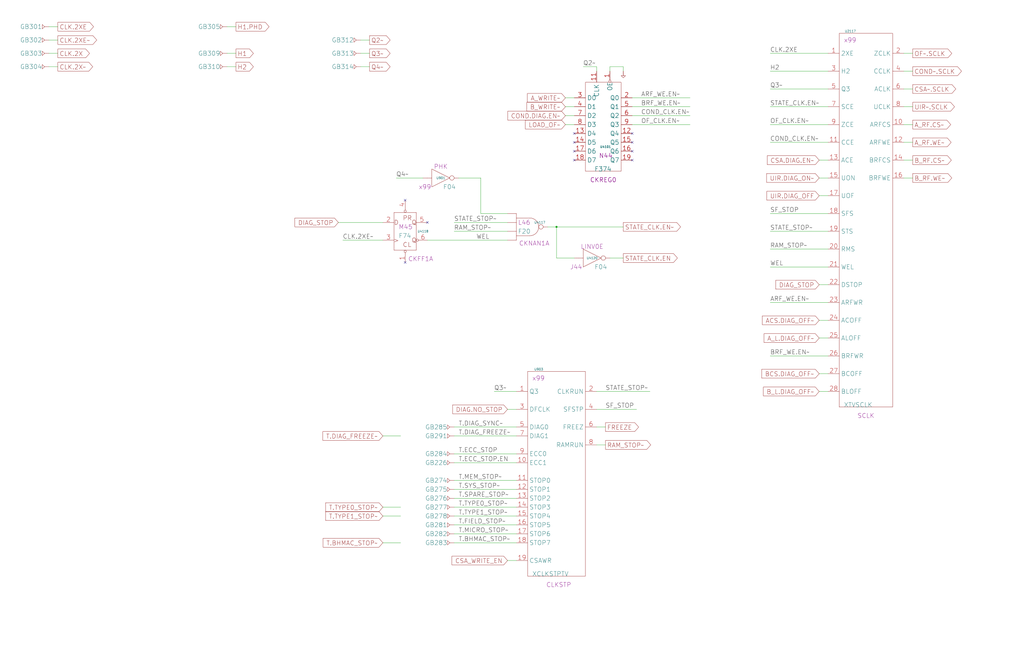
<source format=kicad_sch>
(kicad_sch (version 20230121) (generator eeschema)
  (paper "User" 584.2 378.46)
  (title_block (title "CLOCK GENERATION\\nSTATE CLOCKS") (date "15-MAR-90") (rev "1.0") (comment 1 "TYPE") (comment 2 "232-003062") (comment 3 "S400") (comment 4 "RELEASED"))
  (lib_symbols
    (symbol "r1000:F04" (pin_numbers hide) (pin_names hide)
      (property "Reference" "U" (at 0 0 0))
      (property "Value" "F04" (at 1.27 -5.08 0))
      (property "Location" "___" (at -12.7 -5.08 0))
      (property "Name" "______" (at 0 5.08 0))
      (symbol "F04_0_1"
        (polyline (pts (xy -7.62 0) (xy -5.08 0)) (stroke (width 0.1524)))
        (polyline (pts (xy -5.08 5.08) (xy -5.08 -5.08)) (stroke (width 0.1524)))
        (polyline (pts (xy 5.08 0) (xy -5.08 -5.08)) (stroke (width 0.1524)))
        (polyline (pts (xy 5.08 0) (xy -5.08 5.08)) (stroke (width 0.1524)))
        (circle (center 6.35 0) (radius 1.27) (stroke (width 0.1524)))
      )
      (symbol "F04_1_1"
        (pin input line (at -10.16 0 0) (length 2.54) (name "D0") (number "1"))
        (pin output line (at 10.16 0 180) (length 2.54) (name "Q") (number "2"))
      )
    )
    (symbol "r1000:F20" (pin_numbers hide) (pin_names hide)
      (property "Reference" "U" (at 8.255 2.54 0))
      (property "Value" "F20" (at -0.635 -2.54 0))
      (property "Location" "___" (at -0.635 2.54 0))
      (property "Name" "______" (at 5.08 -10.795 0))
      (symbol "F20_0_1"
        (polyline (pts (xy -5.08 -5.08) (xy -5.08 -7.62)) (stroke (width 0.1524)))
        (polyline (pts (xy -5.08 5.08) (xy -5.08 -5.08)) (stroke (width 0.1524)))
        (polyline (pts (xy -5.08 7.62) (xy -5.08 5.08)) (stroke (width 0.1524)))
        (polyline (pts (xy 2.54 -5.08) (xy -5.08 -5.08)) (stroke (width 0.1524)))
        (polyline (pts (xy 2.54 5.08) (xy -5.08 5.08)) (stroke (width 0.1524)))
        (arc (start 2.54 -5.08) (mid 7.5882 0) (end 2.54 5.08) (stroke (width 0.1524)))
        (circle (center 8.89 0) (radius 1.27) (stroke (width 0.1524)))
      )
      (symbol "F20_0_2"
        (circle (center -7.62 -7.62) (radius 1.27) (stroke (width 0.1524)))
        (circle (center -7.62 7.62) (radius 1.27) (stroke (width 0.1524)))
        (circle (center -6.985 -2.54) (radius 1.27) (stroke (width 0.1524)))
        (circle (center -6.985 2.54) (radius 1.27) (stroke (width 0.1524)))
        (arc (start -6.35 -7.62) (mid -5.3975 0) (end -6.35 7.62) (stroke (width 0.1524)))
        (polyline (pts (xy -5.715 -5.08) (xy 1.27 -5.08)) (stroke (width 0.1524)))
        (polyline (pts (xy -5.715 5.08) (xy 1.27 5.08)) (stroke (width 0.1524)))
        (arc (start 1.27 -5.08) (mid 5.0518 -3.2985) (end 7.62 0) (stroke (width 0.1524)))
        (arc (start 7.62 0) (mid 5.0518 3.2985) (end 1.27 5.08) (stroke (width 0.1524)))
      )
      (symbol "F20_1_1"
        (pin input line (at -10.16 7.62 0) (length 5.08) (name "D0") (number "1"))
        (pin input line (at -10.16 2.54 0) (length 5.08) (name "D1") (number "2"))
        (pin input line (at -10.16 -2.54 0) (length 5.08) (name "D2") (number "4"))
        (pin input line (at -10.16 -7.62 0) (length 5.08) (name "D3") (number "5"))
        (pin output line (at 12.7 0 180) (length 2.54) (name "Q") (number "6"))
      )
      (symbol "F20_1_2"
        (pin input line (at -10.16 7.62 0) (length 1.27) (name "D0") (number "1"))
        (pin input line (at -10.16 2.54 0) (length 1.905) (name "D1") (number "2"))
        (pin input line (at -10.16 -2.54 0) (length 1.905) (name "D2") (number "4"))
        (pin input line (at -10.16 -7.62 0) (length 1.27) (name "D3") (number "5"))
        (pin output line (at 12.7 0 180) (length 5.08) (name "Q") (number "6"))
      )
    )
    (symbol "r1000:F374" (pin_names (offset 1.016))
      (property "Reference" "U" (at 2.54 5.08 0))
      (property "Value" "F374" (at -3.81 -7.62 0))
      (property "Location" "___" (at -1.27 0 0))
      (property "Name" "______" (at 1.27 -15.24 0))
      (symbol "F374_1_1"
        (rectangle (start -8.89 41.91) (end 11.43 -8.89))
        (circle (center 5.08 42.545) (radius 0.635))
        (pin input line (at 5.08 48.26 270) (length 5.08) (name "OE") (number "1"))
        (pin input line (at -2.54 48.26 270) (length 6.35) (name "CLK") (number "11"))
        (pin tri_state line (at 17.78 12.7 180) (length 6.35) (name "Q4") (number "12"))
        (pin input line (at -15.24 12.7 0) (length 6.35) (name "D4") (number "13"))
        (pin input line (at -15.24 7.62 0) (length 6.35) (name "D5") (number "14"))
        (pin tri_state line (at 17.78 7.62 180) (length 6.35) (name "Q5") (number "15"))
        (pin tri_state line (at 17.78 2.54 180) (length 6.35) (name "Q6") (number "16"))
        (pin input line (at -15.24 2.54 0) (length 6.35) (name "D6") (number "17"))
        (pin input line (at -15.24 -2.54 0) (length 6.35) (name "D7") (number "18"))
        (pin tri_state line (at 17.78 -2.54 180) (length 6.35) (name "Q7") (number "19"))
        (pin tri_state line (at 17.78 33.02 180) (length 6.35) (name "Q0") (number "2"))
        (pin input line (at -15.24 33.02 0) (length 6.35) (name "D0") (number "3"))
        (pin input line (at -15.24 27.94 0) (length 6.35) (name "D1") (number "4"))
        (pin tri_state line (at 17.78 27.94 180) (length 6.35) (name "Q1") (number "5"))
        (pin tri_state line (at 17.78 22.86 180) (length 6.35) (name "Q2") (number "6"))
        (pin input line (at -15.24 22.86 0) (length 6.35) (name "D2") (number "7"))
        (pin input line (at -15.24 17.78 0) (length 6.35) (name "D3") (number "8"))
        (pin tri_state line (at 17.78 17.78 180) (length 6.35) (name "Q3") (number "9"))
      )
    )
    (symbol "r1000:F74" (pin_names (offset 1.016) hide)
      (property "Reference" "U" (at 12.7 -2.54 0))
      (property "Value" "F74" (at -1.27 -5.08 0))
      (property "Location" "___" (at -1.27 0 0))
      (property "Name" "______" (at 11.43 -19.685 0))
      (symbol "F74_0_1"
        (rectangle (start -3.81 8.255) (end 8.89 -13.335) (stroke (width 0.1524)))
        (polyline (pts (xy 2.54 -15.24) (xy 2.54 -14.605)) (stroke (width 0.1524)))
        (polyline (pts (xy 2.54 10.16) (xy 2.54 9.525)) (stroke (width 0.1524)))
      )
      (symbol "F74_1_1"
        (circle (center 2.54 -13.97) (radius 0.635))
        (circle (center 2.54 8.89) (radius 0.635))
        (circle (center 9.525 -7.62) (radius 0.635))
        (text ">" (at -2.54 -7.62 0) (effects (font (size 2.54 2.54))))
        (text "C" (at 2.54 -10.16 0) (effects (font (size 2.54 2.54))))
        (text "D" (at -2.54 2.54 0) (effects (font (size 2.54 2.54))))
        (text "L" (at 5.08 -10.16 0) (effects (font (size 2.54 2.54))))
        (text "P" (at 2.54 5.08 0) (effects (font (size 2.54 2.54))))
        (text "Q" (at 7.62 -7.62 0) (effects (font (size 2.54 2.54))))
        (text "Q" (at 7.62 2.54 0) (effects (font (size 2.54 2.54))))
        (text "R" (at 5.08 5.08 0) (effects (font (size 2.54 2.54))))
        (pin input line (at 2.54 -20.32 90) (length 5.08) (name "CL_") (number "1"))
        (pin input line (at -10.16 2.54 0) (length 6.35) (name "D") (number "2"))
        (pin input line (at -10.16 -7.62 0) (length 6.35) (name "CLK") (number "3"))
        (pin input line (at 2.54 15.24 270) (length 5.08) (name "PR_") (number "4"))
        (pin output line (at 15.24 2.54 180) (length 6.35) (name "Q") (number "5"))
        (pin output line (at 15.24 -7.62 180) (length 5.08) (name "Q_") (number "6"))
      )
    )
    (symbol "r1000:GB" (pin_numbers hide) (pin_names (offset 0) hide)
      (property "Reference" "GB" (at 3.81 0 0))
      (symbol "GB_0_1"
        (polyline (pts (xy 2.54 0) (xy 3.81 1.27) (xy 3.81 -1.27) (xy 2.54 0)) (stroke (width 0.1524)))
      )
      (symbol "GB_1_1"
        (pin bidirectional line (at 0 0 0) (length 2.54) (name "") (number "1"))
      )
    )
    (symbol "r1000:PD" (power) (pin_numbers hide) (pin_names hide) (in_bom no)
      (symbol "PD_0_1"
        (polyline (pts (xy 0 -2.54) (xy 1.27 -2.54) (xy 0 -3.81) (xy -1.27 -2.54) (xy 0 -2.54)) (stroke (width 0.1524)))
      )
      (symbol "PD_1_1"
        (pin power_in line (at 0 0 270) (length 2.54) (name "PD") (number "1"))
      )
    )
    (symbol "r1000:XCLKSTPTV" (pin_names (offset 1.016))
      (property "Reference" "U" (at 2.54 5.08 0))
      (property "Value" "XCLKSTPTV" (at -1.27 -111.76 0))
      (property "Location" "___" (at -1.27 0 0))
      (property "Name" "______" (at 13.97 -119.38 0))
      (symbol "XCLKSTPTV_1_1"
        (rectangle (start -3.81 3.81) (end 29.21 -113.03))
        (pin input line (at -10.16 -7.62 0) (length 6.35) (name "Q3") (number "1"))
        (pin input line (at -10.16 -48.26 0) (length 6.35) (name "ECC1") (number "10"))
        (pin input line (at -10.16 -58.42 0) (length 6.35) (name "STOP0") (number "11"))
        (pin input line (at -10.16 -63.5 0) (length 6.35) (name "STOP1") (number "12"))
        (pin input line (at -10.16 -68.58 0) (length 6.35) (name "STOP2") (number "13"))
        (pin input line (at -10.16 -73.66 0) (length 6.35) (name "STOP3") (number "14"))
        (pin input line (at -10.16 -78.74 0) (length 6.35) (name "STOP4") (number "15"))
        (pin input line (at -10.16 -83.82 0) (length 6.35) (name "STOP5") (number "16"))
        (pin input line (at -10.16 -88.9 0) (length 6.35) (name "STOP6") (number "17"))
        (pin input line (at -10.16 -93.98 0) (length 6.35) (name "STOP7") (number "18"))
        (pin input line (at -10.16 -104.14 0) (length 6.35) (name "CSAWR") (number "19"))
        (pin output line (at 35.56 -7.62 180) (length 6.35) (name "CLKRUN") (number "2"))
        (pin input line (at -10.16 -17.78 0) (length 6.35) (name "DFCLK") (number "3"))
        (pin output line (at 35.56 -17.78 180) (length 6.35) (name "SFSTP") (number "4"))
        (pin input line (at -10.16 -27.94 0) (length 6.35) (name "DIAG0") (number "5"))
        (pin output line (at 35.56 -27.94 180) (length 6.35) (name "FREEZ") (number "6"))
        (pin input line (at -10.16 -33.02 0) (length 6.35) (name "DIAG1") (number "7"))
        (pin output line (at 35.56 -38.1 180) (length 6.35) (name "RAMRUN") (number "8"))
        (pin input line (at -10.16 -43.18 0) (length 6.35) (name "ECC0") (number "9"))
      )
    )
    (symbol "r1000:XTVSCLK" (pin_names (offset 1.016))
      (property "Reference" "U" (at 2.54 5.08 0))
      (property "Value" "XTVSCLK" (at -1.27 -208.28 0))
      (property "Location" "___" (at -1.27 0 0))
      (property "Name" "______" (at 11.43 -215.9 0))
      (symbol "XTVSCLK_1_1"
        (rectangle (start -3.81 3.81) (end 26.67 -209.55))
        (pin input line (at -10.16 -7.62 0) (length 6.35) (name "2XE") (number "1"))
        (pin output line (at 33.02 -48.26 180) (length 6.35) (name "ARFCS") (number "10"))
        (pin input line (at -10.16 -58.42 0) (length 6.35) (name "CCE") (number "11"))
        (pin output line (at 33.02 -58.42 180) (length 6.35) (name "ARFWE") (number "12"))
        (pin input line (at -10.16 -68.58 0) (length 6.35) (name "ACE") (number "13"))
        (pin output line (at 33.02 -68.58 180) (length 6.35) (name "BRFCS") (number "14"))
        (pin input line (at -10.16 -78.74 0) (length 6.35) (name "UON") (number "15"))
        (pin output line (at 33.02 -78.74 180) (length 6.35) (name "BRFWE") (number "16"))
        (pin input line (at -10.16 -88.9 0) (length 6.35) (name "UOF") (number "17"))
        (pin input line (at -10.16 -99.06 0) (length 6.35) (name "SFS") (number "18"))
        (pin input line (at -10.16 -109.22 0) (length 6.35) (name "STS") (number "19"))
        (pin output line (at 33.02 -7.62 180) (length 6.35) (name "ZCLK") (number "2"))
        (pin input line (at -10.16 -119.38 0) (length 6.35) (name "RMS") (number "20"))
        (pin input line (at -10.16 -129.54 0) (length 6.35) (name "WEL") (number "21"))
        (pin input line (at -10.16 -139.7 0) (length 6.35) (name "DSTOP") (number "22"))
        (pin input line (at -10.16 -149.86 0) (length 6.35) (name "ARFWR") (number "23"))
        (pin input line (at -10.16 -160.02 0) (length 6.35) (name "ACOFF") (number "24"))
        (pin input line (at -10.16 -170.18 0) (length 6.35) (name "ALOFF") (number "25"))
        (pin input line (at -10.16 -180.34 0) (length 6.35) (name "BRFWR") (number "26"))
        (pin input line (at -10.16 -190.5 0) (length 6.35) (name "BCOFF") (number "27"))
        (pin input line (at -10.16 -200.66 0) (length 6.35) (name "BLOFF") (number "28"))
        (pin input line (at -10.16 -17.78 0) (length 6.35) (name "H2") (number "3"))
        (pin output line (at 33.02 -17.78 180) (length 6.35) (name "CCLK") (number "4"))
        (pin input line (at -10.16 -27.94 0) (length 6.35) (name "Q3") (number "5"))
        (pin output line (at 33.02 -27.94 180) (length 6.35) (name "ACLK") (number "6"))
        (pin input line (at -10.16 -38.1 0) (length 6.35) (name "SCE") (number "7"))
        (pin output line (at 33.02 -38.1 180) (length 6.35) (name "UCLK") (number "8"))
        (pin input line (at -10.16 -48.26 0) (length 6.35) (name "ZCE") (number "9"))
      )
    )
  )
  (junction (at 317.5 129.54))
  (no_connect (at 243.84 127))
  (no_connect (at 360.68 86.36))
  (no_connect (at 327.66 86.36))
  (no_connect (at 327.66 81.28))
  (no_connect (at 360.68 91.44))
  (no_connect (at 360.68 76.2))
  (no_connect (at 231.14 114.3))
  (no_connect (at 327.66 91.44))
  (no_connect (at 360.68 81.28))
  (no_connect (at 327.66 76.2))
  (no_connect (at 231.14 149.86))
  (wire (pts (xy 439.42 203.2) (xy 472.44 203.2)))
  (wire (pts (xy 289.56 233.68) (xy 294.64 233.68)))
  (wire (pts (xy 355.6 40.64) (xy 355.6 38.1)))
  (wire (pts (xy 218.44 309.88) (xy 228.6 309.88)))
  (wire (pts (xy 360.68 55.88) (xy 393.7 55.88)))
  (wire (pts (xy 515.62 101.6) (xy 520.7 101.6)))
  (wire (pts (xy 205.74 38.1) (xy 210.82 38.1)))
  (wire (pts (xy 259.08 248.92) (xy 294.64 248.92)))
  (wire (pts (xy 322.58 60.96) (xy 327.66 60.96)))
  (wire (pts (xy 226.06 101.6) (xy 241.3 101.6)))
  (wire (pts (xy 322.58 55.88) (xy 327.66 55.88)))
  (wire (pts (xy 193.04 127) (xy 218.44 127)))
  (wire (pts (xy 259.08 274.32) (xy 294.64 274.32)))
  (wire (pts (xy 27.94 22.86) (xy 33.02 22.86)))
  (wire (pts (xy 439.42 71.12) (xy 472.44 71.12)))
  (wire (pts (xy 289.56 320.04) (xy 294.64 320.04)))
  (wire (pts (xy 259.08 289.56) (xy 294.64 289.56)))
  (wire (pts (xy 515.62 30.48) (xy 520.7 30.48)))
  (wire (pts (xy 27.94 38.1) (xy 33.02 38.1)))
  (wire (pts (xy 129.54 38.1) (xy 134.62 38.1)))
  (wire (pts (xy 259.08 294.64) (xy 294.64 294.64)))
  (wire (pts (xy 322.58 66.04) (xy 327.66 66.04)))
  (wire (pts (xy 360.68 71.12) (xy 393.7 71.12)))
  (wire (pts (xy 515.62 60.96) (xy 520.7 60.96)))
  (wire (pts (xy 259.08 264.16) (xy 294.64 264.16)))
  (wire (pts (xy 439.42 121.92) (xy 472.44 121.92)))
  (wire (pts (xy 439.42 152.4) (xy 472.44 152.4)))
  (wire (pts (xy 27.94 15.24) (xy 33.02 15.24)))
  (wire (pts (xy 347.98 38.1) (xy 347.98 40.64)))
  (wire (pts (xy 259.08 132.08) (xy 289.56 132.08)))
  (wire (pts (xy 467.36 91.44) (xy 472.44 91.44)))
  (wire (pts (xy 515.62 81.28) (xy 520.7 81.28)))
  (wire (pts (xy 317.5 129.54) (xy 312.42 129.54)))
  (wire (pts (xy 467.36 193.04) (xy 472.44 193.04)))
  (wire (pts (xy 515.62 71.12) (xy 520.7 71.12)))
  (wire (pts (xy 467.36 111.76) (xy 472.44 111.76)))
  (wire (pts (xy 439.42 142.24) (xy 472.44 142.24)))
  (wire (pts (xy 259.08 259.08) (xy 294.64 259.08)))
  (wire (pts (xy 439.42 40.64) (xy 472.44 40.64)))
  (wire (pts (xy 129.54 30.48) (xy 134.62 30.48)))
  (wire (pts (xy 259.08 284.48) (xy 294.64 284.48)))
  (wire (pts (xy 355.6 129.54) (xy 317.5 129.54)))
  (wire (pts (xy 274.32 121.92) (xy 289.56 121.92)))
  (wire (pts (xy 467.36 213.36) (xy 472.44 213.36)))
  (wire (pts (xy 439.42 30.48) (xy 472.44 30.48)))
  (wire (pts (xy 332.74 38.1) (xy 340.36 38.1)))
  (wire (pts (xy 243.84 137.16) (xy 289.56 137.16)))
  (wire (pts (xy 259.08 304.8) (xy 294.64 304.8)))
  (wire (pts (xy 515.62 50.8) (xy 520.7 50.8)))
  (wire (pts (xy 259.08 309.88) (xy 294.64 309.88)))
  (wire (pts (xy 281.94 223.52) (xy 294.64 223.52)))
  (wire (pts (xy 467.36 101.6) (xy 472.44 101.6)))
  (wire (pts (xy 322.58 71.12) (xy 327.66 71.12)))
  (wire (pts (xy 259.08 279.4) (xy 294.64 279.4)))
  (wire (pts (xy 259.08 299.72) (xy 294.64 299.72)))
  (wire (pts (xy 317.5 147.32) (xy 317.5 129.54)))
  (wire (pts (xy 259.08 243.84) (xy 294.64 243.84)))
  (wire (pts (xy 439.42 81.28) (xy 472.44 81.28)))
  (wire (pts (xy 129.54 15.24) (xy 134.62 15.24)))
  (wire (pts (xy 195.58 137.16) (xy 218.44 137.16)))
  (wire (pts (xy 515.62 91.44) (xy 520.7 91.44)))
  (wire (pts (xy 467.36 182.88) (xy 472.44 182.88)))
  (wire (pts (xy 205.74 30.48) (xy 210.82 30.48)))
  (wire (pts (xy 360.68 66.04) (xy 393.7 66.04)))
  (wire (pts (xy 467.36 162.56) (xy 472.44 162.56)))
  (wire (pts (xy 360.68 60.96) (xy 393.7 60.96)))
  (wire (pts (xy 259.08 127) (xy 289.56 127)))
  (wire (pts (xy 340.36 40.64) (xy 340.36 38.1)))
  (wire (pts (xy 355.6 38.1) (xy 347.98 38.1)))
  (wire (pts (xy 218.44 289.56) (xy 228.6 289.56)))
  (wire (pts (xy 340.36 243.84) (xy 345.44 243.84)))
  (wire (pts (xy 439.42 172.72) (xy 472.44 172.72)))
  (wire (pts (xy 218.44 248.92) (xy 228.6 248.92)))
  (wire (pts (xy 439.42 60.96) (xy 472.44 60.96)))
  (wire (pts (xy 467.36 223.52) (xy 472.44 223.52)))
  (wire (pts (xy 27.94 30.48) (xy 33.02 30.48)))
  (wire (pts (xy 340.36 254) (xy 345.44 254)))
  (wire (pts (xy 274.32 121.92) (xy 274.32 101.6)))
  (wire (pts (xy 515.62 40.64) (xy 520.7 40.64)))
  (wire (pts (xy 218.44 294.64) (xy 228.6 294.64)))
  (wire (pts (xy 340.36 233.68) (xy 363.22 233.68)))
  (wire (pts (xy 274.32 101.6) (xy 261.62 101.6)))
  (wire (pts (xy 340.36 223.52) (xy 370.84 223.52)))
  (wire (pts (xy 205.74 22.86) (xy 210.82 22.86)))
  (wire (pts (xy 347.98 147.32) (xy 355.6 147.32)))
  (wire (pts (xy 439.42 132.08) (xy 472.44 132.08)))
  (wire (pts (xy 327.66 147.32) (xy 317.5 147.32)))
  (wire (pts (xy 439.42 50.8) (xy 472.44 50.8)))
  (label "T.SPARE_STOP~" (at 261.62 284.48 0) (effects (font (size 2.54 2.54))))
  (label "T.MICRO_STOP~" (at 261.62 304.8 0) (effects (font (size 2.54 2.54))))
  (label "OF_CLK.EN~" (at 365.76 71.12 0) (effects (font (size 2.54 2.54))))
  (label "T.MEM_STOP~" (at 261.62 274.32 0) (effects (font (size 2.54 2.54))))
  (label "T.DIAG_SYNC~" (at 261.62 243.84 0) (effects (font (size 2.54 2.54))))
  (label "OF_CLK.EN~" (at 439.42 71.12 0) (effects (font (size 2.54 2.54))))
  (label "STATE_STOP~" (at 439.42 132.08 0) (effects (font (size 2.54 2.54))))
  (label "Q4~" (at 226.06 101.6 0) (effects (font (size 2.54 2.54))))
  (label "T.BHMAC_STOP~" (at 261.62 309.88 0) (effects (font (size 2.54 2.54))))
  (label "T.FIELD_STOP~" (at 261.62 299.72 0) (effects (font (size 2.54 2.54))))
  (label "H2" (at 439.42 40.64 0) (effects (font (size 2.54 2.54))))
  (label "T.TYPE1_STOP~" (at 261.62 294.64 0) (effects (font (size 2.54 2.54))))
  (label "Q3~" (at 281.94 223.52 0) (effects (font (size 2.54 2.54))))
  (label "CLK.2XE~" (at 195.58 137.16 0) (effects (font (size 2.54 2.54))))
  (label "CLK.2XE" (at 439.42 30.48 0) (effects (font (size 2.54 2.54))))
  (label "STATE_STOP~" (at 345.44 223.52 0) (effects (font (size 2.54 2.54))))
  (label "ARF_WE.EN~" (at 365.76 55.88 0) (effects (font (size 2.54 2.54))))
  (label "STATE_CLK.EN~" (at 439.42 60.96 0) (effects (font (size 2.54 2.54))))
  (label "SF_STOP" (at 345.44 233.68 0) (effects (font (size 2.54 2.54))))
  (label "COND_CLK.EN~" (at 439.42 81.28 0) (effects (font (size 2.54 2.54))))
  (label "RAM_STOP~" (at 259.08 132.08 0) (effects (font (size 2.54 2.54))))
  (label "Q3~" (at 439.42 50.8 0) (effects (font (size 2.54 2.54))))
  (label "T.ECC_STOP.EN" (at 261.62 264.16 0) (effects (font (size 2.54 2.54))))
  (label "ARF_WE.EN~" (at 439.42 172.72 0) (effects (font (size 2.54 2.54))))
  (label "Q2~" (at 332.74 38.1 0) (effects (font (size 2.54 2.54))))
  (label "BRF_WE.EN~" (at 365.76 60.96 0) (effects (font (size 2.54 2.54))))
  (label "COND_CLK.EN~" (at 365.76 66.04 0) (effects (font (size 2.54 2.54))))
  (label "RAM_STOP~" (at 439.42 142.24 0) (effects (font (size 2.54 2.54))))
  (label "WEL" (at 439.42 152.4 0) (effects (font (size 2.54 2.54))))
  (label "WEL" (at 271.78 137.16 0) (effects (font (size 2.54 2.54))))
  (label "T.DIAG_FREEZE~" (at 261.62 248.92 0) (effects (font (size 2.54 2.54))))
  (label "BRF_WE.EN~" (at 439.42 203.2 0) (effects (font (size 2.54 2.54))))
  (label "T.ECC_STOP" (at 261.62 259.08 0) (effects (font (size 2.54 2.54))))
  (label "T.SYS_STOP~" (at 261.62 279.4 0) (effects (font (size 2.54 2.54))))
  (label "T.TYPE0_STOP~" (at 261.62 289.56 0) (effects (font (size 2.54 2.54))))
  (label "STATE_STOP~" (at 259.08 127 0) (effects (font (size 2.54 2.54))))
  (label "SF_STOP" (at 439.42 121.92 0) (effects (font (size 2.54 2.54))))
  (global_label "OF~.SCLK" (shape output) (at 520.7 30.48 0) (effects (font (size 2.54 2.54))) (property "Intersheetrefs" "${INTERSHEET_REFS}" (at 542.9431 30.3213 0) (effects (font (size 1.905 1.905)) (justify left))))
  (global_label "UIR~.SCLK" (shape output) (at 520.7 60.96 0) (effects (font (size 2.54 2.54))) (property "Intersheetrefs" "${INTERSHEET_REFS}" (at 550.6841 60.8013 0) (effects (font (size 1.905 1.905)) (justify left))))
  (global_label "CSA.DIAG.EN~" (shape input) (at 467.36 91.44 180) (effects (font (size 2.54 2.54))) (property "Intersheetrefs" "${INTERSHEET_REFS}" (at 437.7388 91.2813 0) (effects (font (size 1.905 1.905)) (justify right))))
  (global_label "CLK.2X" (shape output) (at 33.02 30.48 0) (effects (font (size 2.54 2.54))) (property "Intersheetrefs" "${INTERSHEET_REFS}" (at 52.0142 30.48 0) (effects (font (size 1.905 1.905)) (justify left))))
  (global_label "H1.PHD" (shape output) (at 134.62 15.24 0) (effects (font (size 2.54 2.54))) (property "Intersheetrefs" "${INTERSHEET_REFS}" (at 153.286 15.0813 0) (effects (font (size 1.905 1.905)) (justify left))))
  (global_label "T.TYPE1_STOP~" (shape input) (at 218.44 294.64 180) (effects (font (size 2.54 2.54))) (property "Intersheetrefs" "${INTERSHEET_REFS}" (at 185.795 294.4813 0) (effects (font (size 1.905 1.905)) (justify right))))
  (global_label "A_RF.CS~" (shape output) (at 520.7 71.12 0) (effects (font (size 2.54 2.54))) (property "Intersheetrefs" "${INTERSHEET_REFS}" (at 542.3384 70.9613 0) (effects (font (size 1.905 1.905)) (justify left))))
  (global_label "B_WRITE~" (shape input) (at 322.58 60.96 180) (effects (font (size 2.54 2.54))) (property "Intersheetrefs" "${INTERSHEET_REFS}" (at 300.7693 60.8013 0) (effects (font (size 1.905 1.905)) (justify right))))
  (global_label "CSA~.SCLK" (shape output) (at 520.7 50.8 0) (effects (font (size 2.54 2.54))) (property "Intersheetrefs" "${INTERSHEET_REFS}" (at 545.2412 50.6413 0) (effects (font (size 1.905 1.905)) (justify left))))
  (global_label "UIR.DIAG_OFF" (shape input) (at 467.36 111.76 180) (effects (font (size 2.54 2.54))) (property "Intersheetrefs" "${INTERSHEET_REFS}" (at 437.4969 111.6013 0) (effects (font (size 1.905 1.905)) (justify right))))
  (global_label "Q3~" (shape output) (at 210.82 30.48 0) (effects (font (size 2.54 2.54))) (property "Intersheetrefs" "${INTERSHEET_REFS}" (at 223.5248 30.48 0) (effects (font (size 1.905 1.905)) (justify left))))
  (global_label "COND.DIAG.EN~" (shape input) (at 322.58 66.04 180) (effects (font (size 2.54 2.54))) (property "Intersheetrefs" "${INTERSHEET_REFS}" (at 289.693 65.8813 0) (effects (font (size 1.905 1.905)) (justify right))))
  (global_label "LOAD_OF~" (shape input) (at 322.58 71.12 180) (effects (font (size 2.54 2.54))) (property "Intersheetrefs" "${INTERSHEET_REFS}" (at 299.7321 70.9613 0) (effects (font (size 1.905 1.905)) (justify right))))
  (global_label "FREEZE" (shape output) (at 345.44 243.84 0) (effects (font (size 2.54 2.54))) (property "Intersheetrefs" "${INTERSHEET_REFS}" (at 364.106 243.6813 0) (effects (font (size 1.905 1.905)) (justify left))))
  (global_label "B_RF.CS~" (shape output) (at 520.7 91.44 0) (effects (font (size 2.54 2.54))) (property "Intersheetrefs" "${INTERSHEET_REFS}" (at 542.7012 91.2813 0) (effects (font (size 1.905 1.905)) (justify left))))
  (global_label "STATE_CLK.EN" (shape output) (at 355.6 147.32 0) (effects (font (size 2.54 2.54))) (property "Intersheetrefs" "${INTERSHEET_REFS}" (at 386.4308 147.1613 0) (effects (font (size 1.905 1.905)) (justify left))))
  (global_label "DIAG.NO_STOP" (shape input) (at 289.56 233.68 180) (effects (font (size 2.54 2.54))) (property "Intersheetrefs" "${INTERSHEET_REFS}" (at 258.2454 233.5213 0) (effects (font (size 1.905 1.905)) (justify right))))
  (global_label "ACS.DIAG_OFF~" (shape input) (at 467.36 182.88 180) (effects (font (size 2.54 2.54))) (property "Intersheetrefs" "${INTERSHEET_REFS}" (at 434.9569 182.7213 0) (effects (font (size 1.905 1.905)) (justify right))))
  (global_label "B_RF.WE~" (shape output) (at 520.7 101.6 0) (effects (font (size 2.54 2.54))) (property "Intersheetrefs" "${INTERSHEET_REFS}" (at 542.9431 101.4413 0) (effects (font (size 1.905 1.905)) (justify left))))
  (global_label "RAM_STOP~" (shape output) (at 345.44 254 0) (effects (font (size 2.54 2.54))) (property "Intersheetrefs" "${INTERSHEET_REFS}" (at 371.1908 253.8413 0) (effects (font (size 1.905 1.905)) (justify left))))
  (global_label "B_L.DIAG_OFF~" (shape input) (at 467.36 223.52 180) (effects (font (size 2.54 2.54))) (property "Intersheetrefs" "${INTERSHEET_REFS}" (at 435.5616 223.3613 0) (effects (font (size 1.905 1.905)) (justify right))))
  (global_label "STATE_CLK.EN~" (shape output) (at 355.6 129.54 0) (effects (font (size 2.54 2.54))) (property "Intersheetrefs" "${INTERSHEET_REFS}" (at 388.245 129.3813 0) (effects (font (size 1.905 1.905)) (justify left))))
  (global_label "A_RF.WE~" (shape output) (at 520.7 81.28 0) (effects (font (size 2.54 2.54))) (property "Intersheetrefs" "${INTERSHEET_REFS}" (at 542.5803 81.1213 0) (effects (font (size 1.905 1.905)) (justify left))))
  (global_label "H2" (shape output) (at 134.62 38.1 0) (effects (font (size 2.54 2.54))) (property "Intersheetrefs" "${INTERSHEET_REFS}" (at 144.3355 37.9413 0) (effects (font (size 1.905 1.905)) (justify left))))
  (global_label "Q2~" (shape output) (at 210.82 22.86 0) (effects (font (size 2.54 2.54))) (property "Intersheetrefs" "${INTERSHEET_REFS}" (at 223.5248 22.86 0) (effects (font (size 1.905 1.905)) (justify left))))
  (global_label "DIAG_STOP" (shape input) (at 467.36 162.56 180) (effects (font (size 2.54 2.54))) (property "Intersheetrefs" "${INTERSHEET_REFS}" (at 442.5769 162.4013 0) (effects (font (size 1.905 1.905)) (justify right))))
  (global_label "CLK.2XE" (shape output) (at 33.02 15.24 0) (effects (font (size 2.54 2.54))) (property "Intersheetrefs" "${INTERSHEET_REFS}" (at 54.3123 15.24 0) (effects (font (size 1.905 1.905)) (justify left))))
  (global_label "COND~.SCLK" (shape output) (at 520.7 40.64 0) (effects (font (size 2.54 2.54))) (property "Intersheetrefs" "${INTERSHEET_REFS}" (at 548.507 40.4813 0) (effects (font (size 1.905 1.905)) (justify left))))
  (global_label "CLK.2X~" (shape output) (at 33.02 38.1 0) (effects (font (size 2.54 2.54))) (property "Intersheetrefs" "${INTERSHEET_REFS}" (at 53.8285 38.1 0) (effects (font (size 1.905 1.905)) (justify left))))
  (global_label "UIR.DIAG_ON~" (shape input) (at 467.36 101.6 180) (effects (font (size 2.54 2.54))) (property "Intersheetrefs" "${INTERSHEET_REFS}" (at 437.3759 101.4413 0) (effects (font (size 1.905 1.905)) (justify right))))
  (global_label "CSA_WRITE_EN" (shape input) (at 289.56 320.04 180) (effects (font (size 2.54 2.54))) (property "Intersheetrefs" "${INTERSHEET_REFS}" (at 256.8982 320.04 0) (effects (justify right))))
  (global_label "A_L.DIAG_OFF~" (shape input) (at 467.36 193.04 180) (effects (font (size 2.54 2.54))) (property "Intersheetrefs" "${INTERSHEET_REFS}" (at 435.9245 192.8813 0) (effects (font (size 1.905 1.905)) (justify right))))
  (global_label "Q4~" (shape output) (at 210.82 38.1 0) (effects (font (size 2.54 2.54))) (property "Intersheetrefs" "${INTERSHEET_REFS}" (at 223.5248 38.1 0) (effects (font (size 1.905 1.905)) (justify left))))
  (global_label "BCS.DIAG_OFF~" (shape input) (at 467.36 213.36 180) (effects (font (size 2.54 2.54))) (property "Intersheetrefs" "${INTERSHEET_REFS}" (at 434.594 213.2013 0) (effects (font (size 1.905 1.905)) (justify right))))
  (global_label "DIAG_STOP" (shape input) (at 193.04 127 180) (effects (font (size 2.54 2.54))) (property "Intersheetrefs" "${INTERSHEET_REFS}" (at 168.2569 126.8413 0) (effects (font (size 1.905 1.905)) (justify right))))
  (global_label "CLK.2XE~" (shape output) (at 33.02 22.86 0) (effects (font (size 2.54 2.54))) (property "Intersheetrefs" "${INTERSHEET_REFS}" (at 56.1266 22.86 0) (effects (font (size 1.905 1.905)) (justify left))))
  (global_label "T.TYPE0_STOP~" (shape input) (at 218.44 289.56 180) (effects (font (size 2.54 2.54))) (property "Intersheetrefs" "${INTERSHEET_REFS}" (at 185.795 289.4013 0) (effects (font (size 1.905 1.905)) (justify right))))
  (global_label "A_WRITE~" (shape input) (at 322.58 55.88 180) (effects (font (size 2.54 2.54))) (property "Intersheetrefs" "${INTERSHEET_REFS}" (at 301.1321 55.7213 0) (effects (font (size 1.905 1.905)) (justify right))))
  (global_label "H1" (shape output) (at 134.62 30.48 0) (effects (font (size 2.54 2.54))) (property "Intersheetrefs" "${INTERSHEET_REFS}" (at 144.3355 30.3213 0) (effects (font (size 1.905 1.905)) (justify left))))
  (global_label "T.BHMAC_STOP~" (shape input) (at 218.44 309.88 180) (effects (font (size 2.54 2.54))) (property "Intersheetrefs" "${INTERSHEET_REFS}" (at 184.3435 309.7213 0) (effects (font (size 1.905 1.905)) (justify right))))
  (global_label "T.DIAG_FREEZE~" (shape input) (at 218.44 248.92 180) (effects (font (size 2.54 2.54))) (property "Intersheetrefs" "${INTERSHEET_REFS}" (at 183.2383 248.92 0) (effects (font (size 1.905 1.905)) (justify right))))
  (symbol (lib_id "r1000:GB") (at 129.54 30.48 0) (mirror y) (unit 1)
    (property "Reference" "GB309" (at 125.73 30.48 0) (effects (font (size 2.54 2.54)) (justify left)))
    (property "Value" "GB" (effects hide))
  )
  (symbol (lib_id "r1000:F374") (at 342.9 88.9 0) (unit 1)
    (property "Reference" "U4101" (at 345.44 83.82 0))
    (property "Value" "F374" (at 339.09 96.52 0) (effects (font (size 2.54 2.54)) (justify left)))
    (property "Location" "N44" (at 341.63 88.9 0) (effects (font (size 2.54 2.54)) (justify left)))
    (property "Name" "CKREG0" (at 344.17 104.14 0) (effects (font (size 2.54 2.54)) (justify bottom)))
  )
  (symbol (lib_id "r1000:GB") (at 259.08 274.32 0) (mirror y) (unit 1)
    (property "Reference" "GB274" (at 255.27 274.32 0) (effects (font (size 2.54 2.54)) (justify left)))
    (property "Value" "GB" (effects hide))
  )
  (symbol (lib_id "r1000:GB") (at 205.74 38.1 0) (mirror y) (unit 1)
    (property "Reference" "GB314" (at 201.93 38.1 0) (effects (font (size 2.54 2.54)) (justify left)))
    (property "Value" "GB" (effects hide))
  )
  (symbol (lib_id "r1000:F04") (at 251.46 101.6 0) (unit 1)
    (property "Reference" "U901" (at 251.46 101.6 0))
    (property "Value" "F04" (at 252.73 106.68 0) (effects (font (size 2.54 2.54)) (justify left)))
    (property "Location" "x99" (at 238.76 106.68 0) (effects (font (size 2.54 2.54)) (justify left)))
    (property "Name" "PHK" (at 251.46 96.52 0) (effects (font (size 2.54 2.54)) (justify bottom)))
  )
  (symbol (lib_id "r1000:F04") (at 337.82 147.32 0) (unit 1)
    (property "Reference" "U4120" (at 337.82 147.32 0))
    (property "Value" "F04" (at 339.09 152.4 0) (effects (font (size 2.54 2.54)) (justify left)))
    (property "Location" "J44" (at 325.12 152.4 0) (effects (font (size 2.54 2.54)) (justify left)))
    (property "Name" "LINV0E" (at 337.82 142.24 0) (effects (font (size 2.54 2.54)) (justify bottom)))
  )
  (symbol (lib_id "r1000:F20") (at 299.72 129.54 0) (unit 1)
    (property "Reference" "U4117" (at 307.975 127 0))
    (property "Value" "F20" (at 299.085 132.08 0) (effects (font (size 2.54 2.54))))
    (property "Location" "L46" (at 299.085 127 0) (effects (font (size 2.54 2.54))))
    (property "Name" "CKNAN1A" (at 304.8 140.335 0) (effects (font (size 2.54 2.54)) (justify bottom)))
  )
  (symbol (lib_id "r1000:GB") (at 205.74 22.86 0) (mirror y) (unit 1)
    (property "Reference" "GB312" (at 201.93 22.86 0) (effects (font (size 2.54 2.54)) (justify left)))
    (property "Value" "GB" (effects hide))
  )
  (symbol (lib_id "r1000:GB") (at 259.08 259.08 0) (mirror y) (unit 1)
    (property "Reference" "GB284" (at 255.27 259.08 0) (effects (font (size 2.54 2.54)) (justify left)))
    (property "Value" "GB" (effects hide))
  )
  (symbol (lib_id "r1000:GB") (at 259.08 304.8 0) (mirror y) (unit 1)
    (property "Reference" "GB282" (at 255.27 304.8 0) (effects (font (size 2.54 2.54)) (justify left)))
    (property "Value" "GB" (effects hide))
  )
  (symbol (lib_id "r1000:GB") (at 129.54 15.24 0) (mirror y) (unit 1)
    (property "Reference" "GB305" (at 125.73 15.24 0) (effects (font (size 2.54 2.54)) (justify left)))
    (property "Value" "GB" (effects hide))
  )
  (symbol (lib_id "r1000:GB") (at 259.08 299.72 0) (mirror y) (unit 1)
    (property "Reference" "GB281" (at 255.27 299.72 0) (effects (font (size 2.54 2.54)) (justify left)))
    (property "Value" "GB" (effects hide))
  )
  (symbol (lib_id "r1000:GB") (at 259.08 264.16 0) (mirror y) (unit 1)
    (property "Reference" "GB226" (at 255.27 264.16 0) (effects (font (size 2.54 2.54)) (justify left)))
    (property "Value" "GB" (effects hide))
  )
  (symbol (lib_id "r1000:XTVSCLK") (at 482.6 22.86 0) (unit 1)
    (property "Reference" "U2117" (at 485.14 17.78 0))
    (property "Value" "XTVSCLK" (at 481.33 231.14 0) (effects (font (size 2.54 2.54)) (justify left)))
    (property "Location" "x99" (at 481.33 22.86 0) (effects (font (size 2.54 2.54)) (justify left)))
    (property "Name" "SCLK" (at 494.03 238.76 0) (effects (font (size 2.54 2.54)) (justify bottom)))
    (instances (project "VAL" (path "" (reference "U2117") (unit 1))) (project "TYP" (path "" (reference "U2214") (unit 1))))
  )
  (symbol (lib_id "r1000:GB") (at 259.08 294.64 0) (mirror y) (unit 1)
    (property "Reference" "GB278" (at 255.27 294.64 0) (effects (font (size 2.54 2.54)) (justify left)))
    (property "Value" "GB" (effects hide))
  )
  (symbol (lib_id "r1000:F74") (at 228.6 129.54 0) (unit 1)
    (property "Reference" "U4118" (at 241.3 132.08 0))
    (property "Value" "F74" (at 227.33 134.62 0) (effects (font (size 2.54 2.54)) (justify left)))
    (property "Location" "M45" (at 227.33 129.54 0) (effects (font (size 2.54 2.54)) (justify left)))
    (property "Name" "CKFF1A" (at 240.03 149.225 0) (effects (font (size 2.54 2.54)) (justify bottom)))
  )
  (symbol (lib_id "r1000:XCLKSTPTV") (at 304.8 215.9 0) (unit 1)
    (property "Reference" "U903" (at 307.34 210.82 0))
    (property "Value" "XCLKSTPTV" (at 303.53 327.66 0) (effects (font (size 2.54 2.54)) (justify left)))
    (property "Location" "x99" (at 303.53 215.9 0) (effects (font (size 2.54 2.54)) (justify left)))
    (property "Name" "CLKSTP" (at 318.77 335.28 0) (effects (font (size 2.54 2.54)) (justify bottom)))
  )
  (symbol (lib_id "r1000:GB") (at 27.94 30.48 0) (mirror y) (unit 1)
    (property "Reference" "GB303" (at 24.13 30.48 0) (effects (font (size 2.54 2.54)) (justify left)))
    (property "Value" "GB" (effects hide))
  )
  (symbol (lib_id "r1000:GB") (at 259.08 284.48 0) (mirror y) (unit 1)
    (property "Reference" "GB276" (at 255.27 284.48 0) (effects (font (size 2.54 2.54)) (justify left)))
    (property "Value" "GB" (effects hide))
  )
  (symbol (lib_id "r1000:PD") (at 355.6 40.64 0) (unit 1) (in_bom no)
    (property "Reference" "#PWR0131" (effects hide))
    (property "Value" "PD" (effects hide))
  )
  (symbol (lib_id "r1000:GB") (at 259.08 289.56 0) (mirror y) (unit 1)
    (property "Reference" "GB277" (at 255.27 289.56 0) (effects (font (size 2.54 2.54)) (justify left)))
    (property "Value" "GB" (effects hide))
  )
  (symbol (lib_id "r1000:GB") (at 27.94 38.1 0) (mirror y) (unit 1)
    (property "Reference" "GB304" (at 24.13 38.1 0) (effects (font (size 2.54 2.54)) (justify left)))
    (property "Value" "GB" (effects hide))
  )
  (symbol (lib_id "r1000:GB") (at 259.08 309.88 0) (mirror y) (unit 1)
    (property "Reference" "GB283" (at 255.27 309.88 0) (effects (font (size 2.54 2.54)) (justify left)))
    (property "Value" "GB" (effects hide))
  )
  (symbol (lib_id "r1000:GB") (at 259.08 243.84 0) (mirror y) (unit 1)
    (property "Reference" "GB285" (at 255.27 243.84 0) (effects (font (size 2.54 2.54)) (justify left)))
    (property "Value" "GB" (effects hide))
  )
  (symbol (lib_id "r1000:GB") (at 259.08 248.92 0) (mirror y) (unit 1)
    (property "Reference" "GB291" (at 255.27 248.92 0) (effects (font (size 2.54 2.54)) (justify left)))
    (property "Value" "GB" (effects hide))
  )
  (symbol (lib_id "r1000:GB") (at 259.08 279.4 0) (mirror y) (unit 1)
    (property "Reference" "GB275" (at 255.27 279.4 0) (effects (font (size 2.54 2.54)) (justify left)))
    (property "Value" "GB" (effects hide))
  )
  (symbol (lib_id "r1000:GB") (at 27.94 15.24 0) (mirror y) (unit 1)
    (property "Reference" "GB301" (at 24.13 15.24 0) (effects (font (size 2.54 2.54)) (justify left)))
    (property "Value" "GB" (effects hide))
  )
  (symbol (lib_id "r1000:GB") (at 27.94 22.86 0) (mirror y) (unit 1)
    (property "Reference" "GB302" (at 24.13 22.86 0) (effects (font (size 2.54 2.54)) (justify left)))
    (property "Value" "GB" (effects hide))
  )
  (symbol (lib_id "r1000:GB") (at 129.54 38.1 0) (mirror y) (unit 1)
    (property "Reference" "GB310" (at 125.73 38.1 0) (effects (font (size 2.54 2.54)) (justify left)))
    (property "Value" "GB" (effects hide))
  )
  (symbol (lib_id "r1000:GB") (at 205.74 30.48 0) (mirror y) (unit 1)
    (property "Reference" "GB313" (at 201.93 30.48 0) (effects (font (size 2.54 2.54)) (justify left)))
    (property "Value" "GB" (effects hide))
  )
)
</source>
